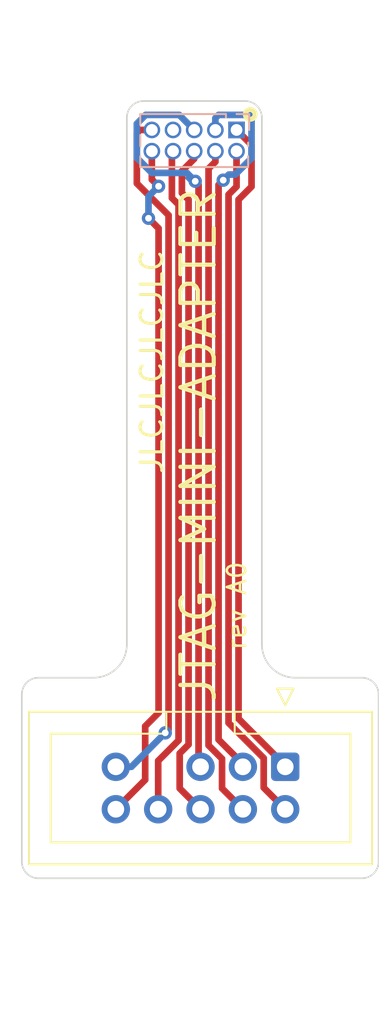
<source format=kicad_pcb>
(kicad_pcb (version 20211014) (generator pcbnew)
  (layers (0 "F.Cu" signal) (31 "B.Cu" signal) (36 "B.SilkS" user "B.Silkscreen") (37 "F.SilkS" user "F.Silkscreen") (38 "B.Mask" user) (39 "F.Mask" user) (44 "Edge.Cuts" user))
  (net 0 "")
  (net 2 "/S1")
  (net 3 "/S2")
  (net 4 "/S3")
  (net 5 "/S4")
  (net 6 "/S5")
  (net 7 "/S6")
  (net 8 "/S8")
  (net 9 "/S9")
  (net 10 "/S10")
  (footprint "AA-OSA-connectors:IDC-Header_2x05_P2.54mm_Vertical_Key7" (layer "F.Cu") (at 109.5 136.83 -90)
    (fp_text reference "J12" hide)
    (fp_text value "SWD/JTAG SAM (ARM/Cortex-M dbg)")
    (fp_line (start -3.29 -5.21) (end 5.83 -5.21) (layer "F.SilkS") (width 0.12))
    (fp_line (start -3.29 3.03) (end -1.98 3.03) (layer "F.SilkS") (width 0.12))
    (fp_line (start 4.52 14.07) (end -1.98 14.07) (layer "F.SilkS") (width 0.12))
    (fp_line (start -1.98 -3.91) (end 4.52 -3.91) (layer "F.SilkS") (width 0.12))
    (fp_line (start -4.68 0.5) (end -3.68 0) (layer "F.SilkS") (width 0.12))
    (fp_line (start -3.68 0) (end -4.68 -0.5) (layer "F.SilkS") (width 0.12))
    (fp_line (start 4.52 -3.91) (end 4.52 14.07) (layer "F.SilkS") (width 0.12))
    (fp_line (start -1.98 7.13) (end -3.29 7.13) (layer "F.SilkS") (width 0.12))
    (fp_line (start -1.98 14.07) (end -1.98 7.13) (layer "F.SilkS") (width 0.12))
    (fp_line (start -4.68 -0.5) (end -4.68 0.5) (layer "F.SilkS") (width 0.12))
    (fp_line (start -1.98 3.03) (end -1.98 -3.91) (layer "F.SilkS") (width 0.12))
    (fp_line (start -1.98 7.13) (end -1.98 7.13) (layer "F.SilkS") (width 0.12))
    (fp_line (start 5.83 15.37) (end -3.29 15.37) (layer "F.SilkS") (width 0.12))
    (fp_line (start 5.83 -5.21) (end 5.83 15.37) (layer "F.SilkS") (width 0.12))
    (fp_line (start -3.29 15.37) (end -3.29 -5.21) (layer "F.SilkS") (width 0.12))
    (pad "1" thru_hole roundrect (at 0 0 270) (size 1.7 1.7) (drill 1) (layers *.Cu *.Mask) (roundrect_rratio 0.1470588235) (net 2 "/S1"))
    (pad "2" thru_hole circle (at 2.54 0 270) (size 1.7 1.7) (drill 1) (layers *.Cu *.Mask) (net 3 "/S2"))
    (pad "3" thru_hole circle (at 0 2.54 270) (size 1.7 1.7) (drill 1) (layers *.Cu *.Mask) (net 4 "/S3"))
    (pad "4" thru_hole circle (at 2.54 2.54 270) (size 1.7 1.7) (drill 1) (layers *.Cu *.Mask) (net 5 "/S4"))
    (pad "5" thru_hole circle (at 0 5.08 270) (size 1.7 1.7) (drill 1) (layers *.Cu *.Mask) (net 6 "/S5"))
    (pad "6" thru_hole circle (at 2.54 5.08 270) (size 1.7 1.7) (drill 1) (layers *.Cu *.Mask) (net 7 "/S6"))
    (pad "8" thru_hole circle (at 2.54 7.62 270) (size 1.7 1.7) (drill 1) (layers *.Cu *.Mask) (net 8 "/S8"))
    (pad "9" thru_hole circle (at 0 10.16 270) (size 1.7 1.7) (drill 1) (layers *.Cu *.Mask) (net 9 "/S9"))
    (pad "10" thru_hole circle (at 2.54 10.16 270) (size 1.7 1.7) (drill 1) (layers *.Cu *.Mask) (net 10 "/S10"))
  )
  (footprint "Connector_PinSocket_1.27mm:PinSocket_2x05_P1.27mm_Vertical" (layer "B.Cu") (at 106.58 98.73 90)
    (fp_text reference "J1" hide)
    (fp_text value "ATMEL-ICE SAM SOCKET")
    (fp_line (start 0 0.76) (end 0.95 0.76) (layer "B.SilkS") (width 0.12))
    (fp_line (start 0.95 0.76) (end 0.95 0) (layer "B.SilkS") (width 0.12))
    (fp_line (start 0.95 -0.635) (end 0.95 -5.775) (layer "B.SilkS") (width 0.12))
    (fp_line (start -2.22 0.695) (end -1.57753 0.695) (layer "B.SilkS") (width 0.12))
    (fp_line (start -0.96247 0.695) (end -0.76 0.695) (layer "B.SilkS") (width 0.12))
    (fp_line (start 0.30753 -5.775) (end 0.95 -5.775) (layer "B.SilkS") (width 0.12))
    (fp_line (start 0.76 -0.635) (end 0.95 -0.635) (layer "B.SilkS") (width 0.12))
    (fp_line (start -2.22 0.695) (end -2.22 -5.775) (layer "B.SilkS") (width 0.12))
    (fp_line (start -0.96247 -5.775) (end -0.30753 -5.775) (layer "B.SilkS") (width 0.12))
    (fp_line (start -2.22 -5.775) (end -1.57753 -5.775) (layer "B.SilkS") (width 0.12))
    (pad "1" thru_hole rect locked (at 0 0 90) (size 1 1) (drill 0.7) (layers *.Cu *.Mask) (net 2 "/S1"))
    (pad "2" thru_hole oval locked (at -1.27 0 90) (size 1 1) (drill 0.7) (layers *.Cu *.Mask) (net 3 "/S2"))
    (pad "3" thru_hole oval locked (at 0 -1.27 90) (size 1 1) (drill 0.7) (layers *.Cu *.Mask) (net 4 "/S3"))
    (pad "4" thru_hole oval locked (at -1.27 -1.27 90) (size 1 1) (drill 0.7) (layers *.Cu *.Mask) (net 5 "/S4"))
    (pad "5" thru_hole oval locked (at 0 -2.54 90) (size 1 1) (drill 0.7) (layers *.Cu *.Mask) (net 6 "/S5"))
    (pad "6" thru_hole oval locked (at -1.27 -2.54 90) (size 1 1) (drill 0.7) (layers *.Cu *.Mask) (net 7 "/S6"))
    (pad "7" thru_hole oval locked (at 0 -3.81 90) (size 1 1) (drill 0.7) (layers *.Cu *.Mask))
    (pad "8" thru_hole oval locked (at -1.27 -3.81 90) (size 1 1) (drill 0.7) (layers *.Cu *.Mask) (net 8 "/S8"))
    (pad "9" thru_hole oval locked (at 0 -5.08 90) (size 1 1) (drill 0.7) (layers *.Cu *.Mask) (net 9 "/S9"))
    (pad "10" thru_hole oval locked (at -1.27 -5.08 90) (size 1 1) (drill 0.7) (layers *.Cu *.Mask) (net 10 "/S10"))
  )
  (gr_circle (center 107.4 97.8) (end 107.541421 97.8) (layer "F.SilkS") (width 0.3) (fill none))
  (gr_arc (start 107.1 97) (mid 107.807106 97.292894) (end 108.1 98) (layer "Edge.Cuts") (width 0.1))
  (gr_line (start 100 129.5) (end 100 98) (layer "Edge.Cuts") (width 0.1))
  (gr_arc (start 115.099997 142.5) (mid 114.807103 143.207106) (end 114.099997 143.5) (layer "Edge.Cuts") (width 0.1))
  (gr_line (start 107.1 97) (end 101 97) (layer "Edge.Cuts") (width 0.1))
  (gr_line (start 93.699997 142.499997) (end 93.7 132.5) (layer "Edge.Cuts") (width 0.1))
  (gr_arc (start 100 129.5) (mid 99.414214 130.914214) (end 98 131.5) (layer "Edge.Cuts") (width 0.1))
  (gr_line (start 114.099997 143.5) (end 94.699997 143.499997) (layer "Edge.Cuts") (width 0.1))
  (gr_line (start 114.1 131.5) (end 110.099999 131.499999) (layer "Edge.Cuts") (width 0.1))
  (gr_arc (start 93.7 132.5) (mid 93.992894 131.792894) (end 94.7 131.5) (layer "Edge.Cuts") (width 0.1))
  (gr_arc (start 100 98) (mid 100.292894 97.292894) (end 101 97) (layer "Edge.Cuts") (width 0.1))
  (gr_line (start 115.099997 142.5) (end 115.1 132.5) (layer "Edge.Cuts") (width 0.1))
  (gr_line (start 98 131.5) (end 94.7 131.5) (layer "Edge.Cuts") (width 0.1))
  (gr_line (start 108.099999 129.499999) (end 108.1 98) (layer "Edge.Cuts") (width 0.1))
  (gr_arc (start 114.1 131.5) (mid 114.807106 131.792894) (end 115.1 132.5) (layer "Edge.Cuts") (width 0.1))
  (gr_arc (start 94.699997 143.499997) (mid 93.992891 143.207103) (end 93.699997 142.499997) (layer "Edge.Cuts") (width 0.1))
  (gr_arc (start 110.099999 131.499999) (mid 108.685785 130.914213) (end 108.099999 129.499999) (layer "Edge.Cuts") (width 0.1))
  (gr_text "JTAG-MINI-ADAPTER" (at 104.3 117.6 90) (layer "F.SilkS") (effects (font (size 2 2) (thickness 0.25))))
  (gr_text "rev A0" (at 106.6 127.2 90) (layer "F.SilkS") (effects (font (size 1.1 1.1) (thickness 0.154))))
  (gr_text "JLCJLCJLCJLC" (at 101.5 112.6 90) (layer "F.SilkS") (effects (font (size 1.3 1.3) (thickness 0.18))))
  (segment (start 107.479511 99.627409) (end 106.582102 98.73) (width 0.4) (layer "F.Cu") (net 2))
  (segment (start 109.5 136.755074) (end 106.7 133.955074) (width 0.4) (layer "F.Cu") (net 2))
  (segment (start 106.582102 98.73) (end 106.58 98.73) (width 0.4) (layer "F.Cu") (net 2))
  (segment (start 107.479511 102.120489) (end 107.479511 99.627409) (width 0.4) (layer "F.Cu") (net 2))
  (segment (start 106.7 102.9) (end 107.479511 102.120489) (width 0.4) (layer "F.Cu") (net 2))
  (segment (start 109.5 136.83) (end 109.5 136.755074) (width 0.4) (layer "F.Cu") (net 2))
  (segment (start 106.7 133.955074) (end 106.7 102.9) (width 0.4) (layer "F.Cu") (net 2))
  (segment (start 108.209511 138.079511) (end 109.5 139.37) (width 0.4) (layer "F.Cu") (net 3))
  (segment (start 106.10048 134.203404) (end 108.209511 136.312435) (width 0.4) (layer "F.Cu") (net 3))
  (segment (start 106.58 100) (end 106.58 102.11904) (width 0.4) (layer "F.Cu") (net 3))
  (segment (start 106.10048 102.59856) (end 106.10048 134.203404) (width 0.4) (layer "F.Cu") (net 3))
  (segment (start 108.209511 136.312435) (end 108.209511 138.079511) (width 0.4) (layer "F.Cu") (net 3))
  (segment (start 106.58 102.11904) (end 106.10048 102.59856) (width 0.4) (layer "F.Cu") (net 3))
  (segment (start 105.50096 102.013727) (end 105.50096 135.20096) (width 0.4) (layer "F.Cu") (net 4))
  (segment (start 106.96 136.66) (end 105.50096 135.20096) (width 0.4) (layer "F.Cu") (net 4))
  (segment (start 106.96 136.83) (end 106.96 136.66) (width 0.4) (layer "F.Cu") (net 4))
  (segment (start 105.7805 101.734187) (end 105.50096 102.013727) (width 0.4) (layer "F.Cu") (net 4))
  (via (at 105.7805 101.734187) (size 0.8) (drill 0.4) (layers "F.Cu" "B.Cu") (net 4))
  (segment (start 107.479511 100.420489) (end 107.479511 97.979511) (width 0.4) (layer "B.Cu") (net 4))
  (segment (start 107.479511 97.979511) (end 107.330489 97.830489) (width 0.4) (layer "B.Cu") (net 4))
  (segment (start 105.7805 101.734187) (end 106.114687 101.4) (width 0.4) (layer "B.Cu") (net 4))
  (segment (start 105.31 98.022894) (end 105.31 98.73) (width 0.4) (layer "B.Cu") (net 4))
  (segment (start 106.114687 101.4) (end 106.5 101.4) (width 0.4) (layer "B.Cu") (net 4))
  (segment (start 106.5 101.4) (end 107.479511 100.420489) (width 0.4) (layer "B.Cu") (net 4))
  (segment (start 107.330489 97.830489) (end 105.502405 97.830489) (width 0.4) (layer "B.Cu") (net 4))
  (segment (start 105.502405 97.830489) (end 105.31 98.022894) (width 0.4) (layer "B.Cu") (net 4))
  (segment (start 104.90144 135.544364) (end 105.710489 136.353413) (width 0.4) (layer "F.Cu") (net 5))
  (segment (start 105.710489 138.120489) (end 106.96 139.37) (width 0.4) (layer "F.Cu") (net 5))
  (segment (start 104.90144 101.04382) (end 104.90144 135.544364) (width 0.4) (layer "F.Cu") (net 5))
  (segment (start 105.31 100) (end 105.31 100.63526) (width 0.4) (layer "F.Cu") (net 5))
  (segment (start 105.31 100.63526) (end 104.90144 101.04382) (width 0.4) (layer "F.Cu") (net 5))
  (segment (start 105.710489 136.353413) (end 105.710489 138.120489) (width 0.4) (layer "F.Cu") (net 5))
  (segment (start 104.10194 101.8) (end 104.30192 101.99998) (width 0.4) (layer "F.Cu") (net 6))
  (segment (start 104.30192 136.71192) (end 104.42 136.83) (width 0.4) (layer "F.Cu") (net 6))
  (segment (start 104.30192 101.99998) (end 104.30192 136.71192) (width 0.4) (layer "F.Cu") (net 6))
  (via (at 104.10194 101.8) (size 0.8) (drill 0.4) (layers "F.Cu" "B.Cu") (net 6))
  (segment (start 104.10194 101.8) (end 103.82694 101.8) (width 0.25) (layer "B.Cu") (net 6))
  (segment (start 101.127409 97.830489) (end 103.142591 97.830489) (width 0.4) (layer "B.Cu") (net 6))
  (segment (start 104.04 98.727898) (end 104.04 98.73) (width 0.4) (layer "B.Cu") (net 6))
  (segment (start 103.82694 101.8) (end 103.62694 101.6) (width 0.25) (layer "B.Cu") (net 6))
  (segment (start 100.600489 100.400489) (end 100.600489 98.357409) (width 0.4) (layer "B.Cu") (net 6))
  (segment (start 100.600489 98.357409) (end 101.127409 97.830489) (width 0.4) (layer "B.Cu") (net 6))
  (segment (start 103.60194 101.3) (end 101.5 101.3) (width 0.4) (layer "B.Cu") (net 6))
  (segment (start 101.5 101.3) (end 100.600489 100.400489) (width 0.4) (layer "B.Cu") (net 6))
  (segment (start 104.10194 101.8) (end 103.60194 101.3) (width 0.4) (layer "B.Cu") (net 6))
  (segment (start 103.142591 97.830489) (end 104.04 98.727898) (width 0.4) (layer "B.Cu") (net 6))
  (segment (start 104.42 139.37) (end 103.276217 138.226217) (width 0.4) (layer "F.Cu") (net 7))
  (segment (start 103.7024 102.90144) (end 103.7024 135.4976) (width 0.4) (layer "F.Cu") (net 7))
  (segment (start 104.04 100) (end 104.04 100.45626) (width 0.4) (layer "F.Cu") (net 7))
  (segment (start 103.302429 102.501469) (end 103.7024 102.90144) (width 0.4) (layer "F.Cu") (net 7))
  (segment (start 103.302429 101.193831) (end 103.302429 102.501469) (width 0.4) (layer "F.Cu") (net 7))
  (segment (start 103.170489 138.120489) (end 104.42 139.37) (width 0.4) (layer "F.Cu") (net 7))
  (segment (start 103.170489 136.029511) (end 103.170489 138.120489) (width 0.4) (layer "F.Cu") (net 7))
  (segment (start 103.7024 135.4976) (end 103.170489 136.029511) (width 0.4) (layer "F.Cu") (net 7))
  (segment (start 104.04 100.45626) (end 103.302429 101.193831) (width 0.4) (layer "F.Cu") (net 7))
  (segment (start 103.10288 103.20144) (end 103.10288 135.24927) (width 0.4) (layer "F.Cu") (net 8))
  (segment (start 102.77 100) (end 102.702909 100.067091) (width 0.4) (layer "F.Cu") (net 8))
  (segment (start 102.702909 102.801469) (end 103.10288 103.20144) (width 0.4) (layer "F.Cu") (net 8))
  (segment (start 101.88 136.47215) (end 101.88 139.37) (width 0.4) (layer "F.Cu") (net 8))
  (segment (start 102.702909 100.067091) (end 102.702909 102.801469) (width 0.4) (layer "F.Cu") (net 8))
  (segment (start 103.10288 135.24927) (end 101.88 136.47215) (width 0.4) (layer "F.Cu") (net 8))
  (segment (start 100.600489 98.922405) (end 100.600489 101.92726) (width 0.4) (layer "F.Cu") (net 9))
  (segment (start 102.50336 103.830131) (end 102.50336 133.69664) (width 0.4) (layer "F.Cu") (net 9))
  (segment (start 100.600489 101.92726) (end 102.50336 103.830131) (width 0.4) (layer "F.Cu") (net 9))
  (segment (start 100.792894 98.73) (end 100.600489 98.922405) (width 0.4) (layer "F.Cu") (net 9))
  (segment (start 102.5 134.60338) (end 102.30338 134.8) (width 0.4) (layer "F.Cu") (net 9))
  (segment (start 101.5 98.73) (end 100.792894 98.73) (width 0.4) (layer "F.Cu") (net 9))
  (segment (start 102.5 133.7) (end 102.5 134.60338) (width 0.4) (layer "F.Cu") (net 9))
  (segment (start 102.50336 133.69664) (end 102.5 133.7) (width 0.4) (layer "F.Cu") (net 9))
  (via (at 102.30338 134.8) (size 0.8) (drill 0.4) (layers "F.Cu" "B.Cu") (net 9))
  (segment (start 99.34 136.83) (end 100.27338 136.83) (width 0.4) (layer "B.Cu") (net 9))
  (segment (start 100.27338 136.83) (end 102.30338 134.8) (width 0.4) (layer "B.Cu") (net 9))
  (segment (start 101.297964 104.012836) (end 101.90384 104.618712) (width 0.4) (layer "F.Cu") (net 10))
  (segment (start 101.1 137.61) (end 99.34 139.37) (width 0.4) (layer "F.Cu") (net 10))
  (segment (start 101.90384 104.618712) (end 101.90384 133.6) (width 0.4) (layer "F.Cu") (net 10))
  (segment (start 101.90384 133.6) (end 101.1 134.40384) (width 0.4) (layer "F.Cu") (net 10))
  (segment (start 101.903409 102.0995) (end 101.5 101.696091) (width 0.4) (layer "F.Cu") (net 10))
  (segment (start 101.1 134.40384) (end 101.1 137.61) (width 0.4) (layer "F.Cu") (net 10))
  (segment (start 101.5 101.696091) (end 101.5 100) (width 0.4) (layer "F.Cu") (net 10))
  (via (at 101.297964 104.012836) (size 0.8) (drill 0.4) (layers "F.Cu" "B.Cu") (net 10))
  (via (at 101.903409 102.0995) (size 0.8) (drill 0.4) (layers "F.Cu" "B.Cu") (net 10))
  (segment (start 101.297964 104.012836) (end 101.297964 102.704945) (width 0.4) (layer "B.Cu") (net 10))
  (segment (start 101.297964 102.704945) (end 101.903409 102.0995) (width 0.4) (layer "B.Cu") (net 10))
)
</source>
